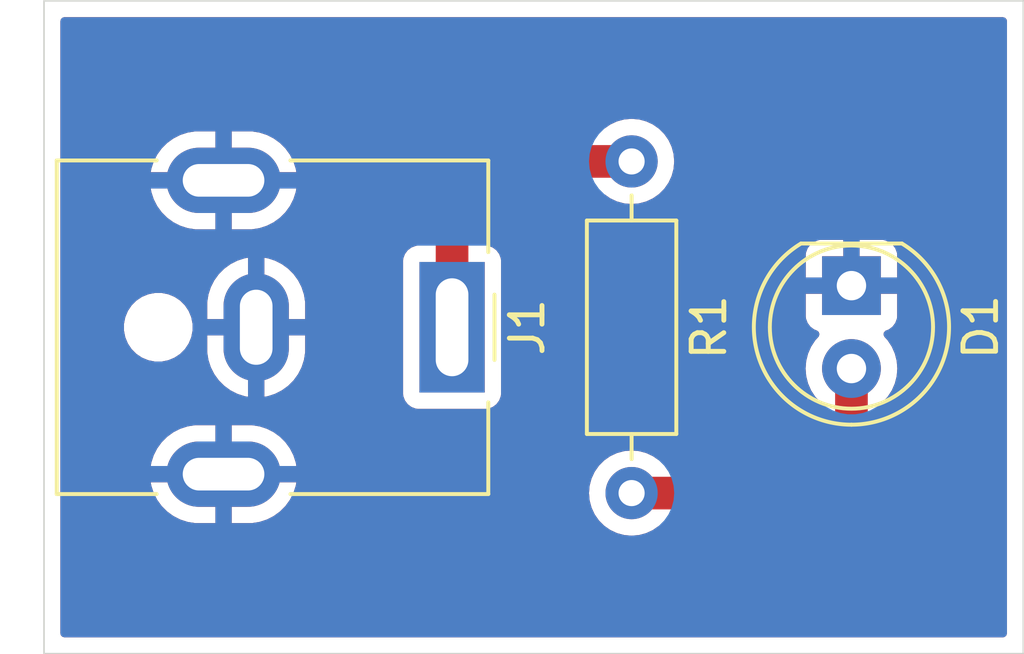
<source format=kicad_pcb>
(kicad_pcb (version 20240108) (generator "pcbnew") (generator_version "8.0")
  (layers (0 "F.Cu" signal) (31 "B.Cu" signal) (34 "B.Paste" user) (35 "F.Paste" user) (36 "B.SilkS" user "B.Silkscreen") (37 "F.SilkS" user "F.Silkscreen") (38 "B.Mask" user) (39 "F.Mask" user) (44 "Edge.Cuts" user))
  (net 0 "")
  (net 1 "Net-(D1-A)")
  (net 2 "GND")
  (net 3 "+5V")
  (footprint "Resistor_THT:R_Axial_DIN0207_L6.3mm_D2.5mm_P10.16mm_Horizontal" (layer "F.Cu") (at 142 108.92 -90)
    (property "Reference" "R1" (at 5.08 -2.37 90) (layer "F.SilkS"))
    (property "Value" "147Ω")
    (fp_line (start 1.81 1.37) (end 8.35 1.37) (stroke (width 0.12)) (layer "F.SilkS"))
    (fp_line (start 8.35 1.37) (end 8.35 -1.37) (stroke (width 0.12)) (layer "F.SilkS"))
    (fp_line (start 1.04 0) (end 1.81 0) (stroke (width 0.12)) (layer "F.SilkS"))
    (fp_line (start 9.12 0) (end 8.35 0) (stroke (width 0.12)) (layer "F.SilkS"))
    (fp_line (start 1.81 -1.37) (end 1.81 1.37) (stroke (width 0.12)) (layer "F.SilkS"))
    (fp_line (start 8.35 -1.37) (end 1.81 -1.37) (stroke (width 0.12)) (layer "F.SilkS"))
    (pad "1" thru_hole circle (at 0 0 270) (size 1.6 1.6) (drill 0.8) (layers "*.Cu" "*.Mask") (net 3 "+5V"))
    (pad "2" thru_hole oval (at 10.16 0 270) (size 1.6 1.6) (drill 0.8) (layers "*.Cu" "*.Mask") (net 1 "Net-(D1-A)"))
  )
  (footprint "Connector_BarrelJack:BarrelJack_CUI_PJ-063AH_Horizontal" (layer "F.Cu") (at 136.5 114 -90)
    (property "Reference" "J1" (at 0 -2.3 90) (layer "F.SilkS"))
    (property "Value" "Barrel_Jack_MountingPin")
    (fp_line (start -5.11 12.11) (end -5.11 9.05) (stroke (width 0.12)) (layer "F.SilkS"))
    (fp_line (start 5.11 12.11) (end -5.11 12.11) (stroke (width 0.12)) (layer "F.SilkS"))
    (fp_line (start 5.11 9.05) (end 5.11 12.11) (stroke (width 0.12)) (layer "F.SilkS"))
    (fp_line (start -5.11 4.95) (end -5.11 -1.11) (stroke (width 0.12)) (layer "F.SilkS"))
    (fp_line (start -5.11 -1.11) (end -2.3 -1.11) (stroke (width 0.12)) (layer "F.SilkS"))
    (fp_line (start 2.3 -1.11) (end 5.11 -1.11) (stroke (width 0.12)) (layer "F.SilkS"))
    (fp_line (start 5.11 -1.11) (end 5.11 4.95) (stroke (width 0.12)) (layer "F.SilkS"))
    (fp_line (start -1 -1.3) (end 1 -1.3) (stroke (width 0.12)) (layer "F.SilkS"))
    (pad "" np_thru_hole circle (at 0 9 270) (size 1.6 1.6) (drill 1.6) (layers "*.Cu" "*.Mask"))
    (pad "1" thru_hole rect (at 0 0 270) (size 4 2) (drill oval 3 1) (layers "*.Cu" "*.Mask") (net 3 "+5V"))
    (pad "2" thru_hole oval (at 0 6 270) (size 3.3 2) (drill oval 2.3 1) (layers "*.Cu" "*.Mask") (net 2 "GND"))
    (pad "MP" thru_hole oval (at -4.5 7 270) (size 2 3.5) (drill oval 1 2.5) (layers "*.Cu" "*.Mask") (net 2 "GND"))
    (pad "MP" thru_hole oval (at 4.5 7 270) (size 2 3.5) (drill oval 1 2.5) (layers "*.Cu" "*.Mask") (net 2 "GND"))
  )
  (footprint "LED_THT:LED_D5.0mm" (layer "F.Cu") (at 148.735 112.725 -90)
    (property "Reference" "D1" (at 1.27 -3.96 90) (layer "F.SilkS"))
    (property "Value" "RED")
    (fp_line (start -1.29 -1.545) (end -1.29 1.545) (stroke (width 0.12)) (layer "F.SilkS"))
    (fp_arc (start 4.26 -0.000462) (mid 2.072002 2.880433) (end -1.29 1.54483) (stroke (width 0.12)) (layer "F.SilkS"))
    (fp_arc (start -1.29 -1.54483) (mid 2.072002 -2.880433) (end 4.26 0.000462) (stroke (width 0.12)) (layer "F.SilkS"))
    (fp_circle (center 1.27 0) (end 3.77 0) (stroke (width 0.12)) (fill none) (layer "F.SilkS"))
    (pad "1" thru_hole rect (at 0 0 270) (size 1.8 1.8) (drill 0.9) (layers "*.Cu" "*.Mask") (net 2 "GND"))
    (pad "2" thru_hole circle (at 2.54 0 270) (size 1.8 1.8) (drill 0.9) (layers "*.Cu" "*.Mask") (net 1 "Net-(D1-A)"))
  )
  (gr_rect (start 124 104) (end 154 124) (stroke (width 0.05)) (fill none) (layer "Edge.Cuts"))
  (segment (start 142 119.08) (end 146.92 119.08) (width 1) (layer "F.Cu") (net 1))
  (segment (start 146.92 119.08) (end 148.735 117.265) (width 1) (layer "F.Cu") (net 1))
  (segment (start 148.735 117.265) (end 148.735 115.265) (width 1) (layer "F.Cu") (net 1))
  (segment (start 136.5 114) (end 136.5 110.5) (width 1) (layer "F.Cu") (net 3))
  (segment (start 138.08 108.92) (end 142 108.92) (width 1) (layer "F.Cu") (net 3))
  (segment (start 136.5 110.5) (end 138.08 108.92) (width 1) (layer "F.Cu") (net 3))
  (zone (net 2) (net_name "GND") (layers "F&B.Cu") (connect_pads (clearance 0.5)) (min_thickness 0.25) (fill yes (thermal_gap 0.5) (thermal_bridge_width 0.5))
    (polygon (pts (xy 124 104) (xy 154 104) (xy 154 124) (xy 124 124)))
  )
)
</source>
